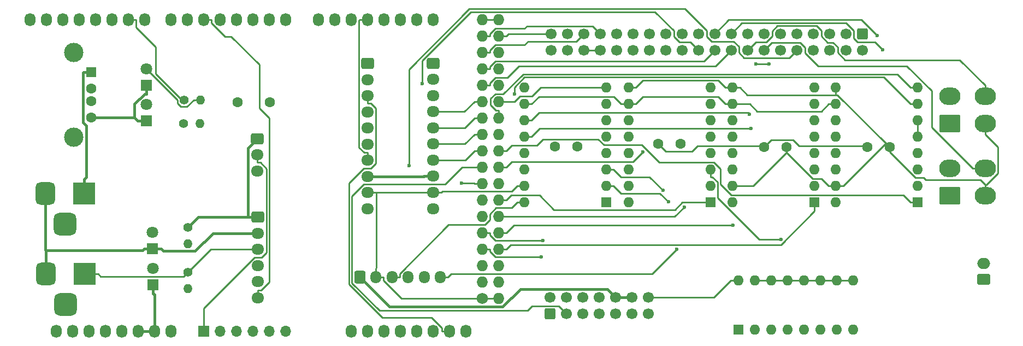
<source format=gbr>
G04 #@! TF.GenerationSoftware,KiCad,Pcbnew,(6.0.7)*
G04 #@! TF.CreationDate,2023-04-28T08:19:35+10:00*
G04 #@! TF.ProjectId,NEW_STANDBY_SHEILD,4e45575f-5354-4414-9e44-42595f534845,rev?*
G04 #@! TF.SameCoordinates,Original*
G04 #@! TF.FileFunction,Copper,L1,Top*
G04 #@! TF.FilePolarity,Positive*
%FSLAX46Y46*%
G04 Gerber Fmt 4.6, Leading zero omitted, Abs format (unit mm)*
G04 Created by KiCad (PCBNEW (6.0.7)) date 2023-04-28 08:19:35*
%MOMM*%
%LPD*%
G01*
G04 APERTURE LIST*
G04 Aperture macros list*
%AMRoundRect*
0 Rectangle with rounded corners*
0 $1 Rounding radius*
0 $2 $3 $4 $5 $6 $7 $8 $9 X,Y pos of 4 corners*
0 Add a 4 corners polygon primitive as box body*
4,1,4,$2,$3,$4,$5,$6,$7,$8,$9,$2,$3,0*
0 Add four circle primitives for the rounded corners*
1,1,$1+$1,$2,$3*
1,1,$1+$1,$4,$5*
1,1,$1+$1,$6,$7*
1,1,$1+$1,$8,$9*
0 Add four rect primitives between the rounded corners*
20,1,$1+$1,$2,$3,$4,$5,0*
20,1,$1+$1,$4,$5,$6,$7,0*
20,1,$1+$1,$6,$7,$8,$9,0*
20,1,$1+$1,$8,$9,$2,$3,0*%
G04 Aperture macros list end*
G04 #@! TA.AperFunction,ComponentPad*
%ADD10C,1.727200*%
G04 #@! TD*
G04 #@! TA.AperFunction,ComponentPad*
%ADD11O,1.727200X1.727200*%
G04 #@! TD*
G04 #@! TA.AperFunction,ComponentPad*
%ADD12O,1.727200X2.032000*%
G04 #@! TD*
G04 #@! TA.AperFunction,ComponentPad*
%ADD13R,1.700000X1.700000*%
G04 #@! TD*
G04 #@! TA.AperFunction,ComponentPad*
%ADD14O,1.700000X1.700000*%
G04 #@! TD*
G04 #@! TA.AperFunction,ComponentPad*
%ADD15R,1.800000X1.800000*%
G04 #@! TD*
G04 #@! TA.AperFunction,ComponentPad*
%ADD16C,1.800000*%
G04 #@! TD*
G04 #@! TA.AperFunction,ComponentPad*
%ADD17C,1.400000*%
G04 #@! TD*
G04 #@! TA.AperFunction,ComponentPad*
%ADD18O,1.400000X1.400000*%
G04 #@! TD*
G04 #@! TA.AperFunction,ComponentPad*
%ADD19RoundRect,0.250000X0.600000X-0.600000X0.600000X0.600000X-0.600000X0.600000X-0.600000X-0.600000X0*%
G04 #@! TD*
G04 #@! TA.AperFunction,ComponentPad*
%ADD20C,1.700000*%
G04 #@! TD*
G04 #@! TA.AperFunction,ComponentPad*
%ADD21RoundRect,0.250000X-0.600000X-0.725000X0.600000X-0.725000X0.600000X0.725000X-0.600000X0.725000X0*%
G04 #@! TD*
G04 #@! TA.AperFunction,ComponentPad*
%ADD22O,1.700000X1.950000*%
G04 #@! TD*
G04 #@! TA.AperFunction,ComponentPad*
%ADD23RoundRect,0.250000X-0.725000X0.600000X-0.725000X-0.600000X0.725000X-0.600000X0.725000X0.600000X0*%
G04 #@! TD*
G04 #@! TA.AperFunction,ComponentPad*
%ADD24O,1.950000X1.700000*%
G04 #@! TD*
G04 #@! TA.AperFunction,ComponentPad*
%ADD25C,1.600000*%
G04 #@! TD*
G04 #@! TA.AperFunction,ComponentPad*
%ADD26R,3.500000X3.500000*%
G04 #@! TD*
G04 #@! TA.AperFunction,ComponentPad*
%ADD27RoundRect,0.750000X-0.750000X-1.000000X0.750000X-1.000000X0.750000X1.000000X-0.750000X1.000000X0*%
G04 #@! TD*
G04 #@! TA.AperFunction,ComponentPad*
%ADD28RoundRect,0.875000X-0.875000X-0.875000X0.875000X-0.875000X0.875000X0.875000X-0.875000X0.875000X0*%
G04 #@! TD*
G04 #@! TA.AperFunction,ComponentPad*
%ADD29R,1.500000X1.600000*%
G04 #@! TD*
G04 #@! TA.AperFunction,ComponentPad*
%ADD30C,3.000000*%
G04 #@! TD*
G04 #@! TA.AperFunction,ComponentPad*
%ADD31RoundRect,0.250001X1.399999X-1.099999X1.399999X1.099999X-1.399999X1.099999X-1.399999X-1.099999X0*%
G04 #@! TD*
G04 #@! TA.AperFunction,ComponentPad*
%ADD32O,3.300000X2.700000*%
G04 #@! TD*
G04 #@! TA.AperFunction,ComponentPad*
%ADD33R,1.600000X1.600000*%
G04 #@! TD*
G04 #@! TA.AperFunction,ComponentPad*
%ADD34O,1.600000X1.600000*%
G04 #@! TD*
G04 #@! TA.AperFunction,ComponentPad*
%ADD35RoundRect,0.250000X-0.600000X0.600000X-0.600000X-0.600000X0.600000X-0.600000X0.600000X0.600000X0*%
G04 #@! TD*
G04 #@! TA.AperFunction,ComponentPad*
%ADD36RoundRect,0.250000X0.750000X-0.600000X0.750000X0.600000X-0.750000X0.600000X-0.750000X-0.600000X0*%
G04 #@! TD*
G04 #@! TA.AperFunction,ComponentPad*
%ADD37O,2.000000X1.700000*%
G04 #@! TD*
G04 #@! TA.AperFunction,ViaPad*
%ADD38C,0.600000*%
G04 #@! TD*
G04 #@! TA.AperFunction,Conductor*
%ADD39C,0.250000*%
G04 #@! TD*
G04 #@! TA.AperFunction,Conductor*
%ADD40C,0.450000*%
G04 #@! TD*
G04 APERTURE END LIST*
D10*
X197358000Y-114046000D03*
D11*
X199898000Y-114046000D03*
X197358000Y-111506000D03*
X199898000Y-111506000D03*
X197358000Y-108966000D03*
X199898000Y-108966000D03*
X197358000Y-106426000D03*
X199898000Y-106426000D03*
X197358000Y-103886000D03*
X199898000Y-103886000D03*
X197358000Y-101346000D03*
X199898000Y-101346000D03*
X197358000Y-98806000D03*
X199898000Y-98806000D03*
X197358000Y-96266000D03*
X199898000Y-96266000D03*
X197358000Y-93726000D03*
X199898000Y-93726000D03*
X197358000Y-91186000D03*
X199898000Y-91186000D03*
X197358000Y-88646000D03*
X199898000Y-88646000D03*
X197358000Y-86106000D03*
X199898000Y-86106000D03*
X197358000Y-83566000D03*
X199898000Y-83566000D03*
X197358000Y-81026000D03*
X199898000Y-81026000D03*
X197358000Y-78486000D03*
X199898000Y-78486000D03*
X197358000Y-75946000D03*
X199898000Y-75946000D03*
X197358000Y-73406000D03*
X199898000Y-73406000D03*
X197358000Y-70866000D03*
X199898000Y-70866000D03*
D12*
X131318000Y-119126000D03*
X133858000Y-119126000D03*
X136398000Y-119126000D03*
X138938000Y-119126000D03*
X141478000Y-119126000D03*
X144018000Y-119126000D03*
X146558000Y-119126000D03*
X149098000Y-119126000D03*
D13*
X154178000Y-119126000D03*
D14*
X156718000Y-119126000D03*
X159258000Y-119126000D03*
X161798000Y-119126000D03*
X164338000Y-119126000D03*
X166878000Y-119126000D03*
D12*
X177038000Y-119126000D03*
X179578000Y-119126000D03*
X182118000Y-119126000D03*
X184658000Y-119126000D03*
X187198000Y-119126000D03*
X189738000Y-119126000D03*
X192278000Y-119126000D03*
X194818000Y-119126000D03*
X127254000Y-70866000D03*
X129794000Y-70866000D03*
X132334000Y-70866000D03*
X134874000Y-70866000D03*
X137414000Y-70866000D03*
X139954000Y-70866000D03*
X142494000Y-70866000D03*
X145034000Y-70866000D03*
X149098000Y-70866000D03*
X151638000Y-70866000D03*
X154178000Y-70866000D03*
X156718000Y-70866000D03*
X159258000Y-70866000D03*
X161798000Y-70866000D03*
X164338000Y-70866000D03*
X166878000Y-70866000D03*
X171958000Y-70866000D03*
X174498000Y-70866000D03*
X177038000Y-70866000D03*
X179578000Y-70866000D03*
X182118000Y-70866000D03*
X184658000Y-70866000D03*
X187198000Y-70866000D03*
X189738000Y-70866000D03*
D15*
X145300000Y-81025000D03*
D16*
X145300000Y-78485000D03*
D15*
X145300000Y-86525000D03*
D16*
X145300000Y-83985000D03*
D17*
X151150000Y-83300000D03*
D18*
X153690000Y-83300000D03*
D17*
X151050000Y-86950000D03*
D18*
X153590000Y-86950000D03*
D19*
X207890000Y-116450000D03*
D20*
X207890000Y-113910000D03*
X210430000Y-116450000D03*
X210430000Y-113910000D03*
X212970000Y-116450000D03*
X212970000Y-113910000D03*
X215510000Y-116450000D03*
X215510000Y-113910000D03*
X218050000Y-116450000D03*
X218050000Y-113910000D03*
X220590000Y-116450000D03*
X220590000Y-113910000D03*
X223130000Y-116450000D03*
X223130000Y-113910000D03*
D15*
X146350000Y-111925000D03*
D16*
X146350000Y-109385000D03*
D21*
X178388000Y-110727000D03*
D22*
X180888000Y-110727000D03*
X183388000Y-110727000D03*
X185888000Y-110727000D03*
X188388000Y-110727000D03*
X190888000Y-110727000D03*
D23*
X189738000Y-77630000D03*
D24*
X189738000Y-80130000D03*
X189738000Y-82630000D03*
X189738000Y-85130000D03*
X189738000Y-87630000D03*
X189738000Y-90130000D03*
X189738000Y-92630000D03*
X189738000Y-95130000D03*
X189738000Y-97630000D03*
X189738000Y-100130000D03*
D17*
X151750000Y-109960000D03*
D18*
X151750000Y-112500000D03*
D25*
X241049600Y-90620000D03*
X244549600Y-90620000D03*
X224649600Y-90120000D03*
X228149600Y-90120000D03*
D26*
X135650000Y-97800000D03*
D27*
X129650000Y-97800000D03*
D28*
X132650000Y-102500000D03*
D29*
X136750000Y-79000000D03*
D25*
X136750000Y-81500000D03*
X136750000Y-83500000D03*
X136750000Y-86000000D03*
D30*
X134040000Y-75930000D03*
X134040000Y-89070000D03*
D31*
X269850000Y-98100000D03*
D32*
X269850000Y-93900000D03*
X275350000Y-98100000D03*
X275350000Y-93900000D03*
D25*
X257049600Y-90620000D03*
X260549600Y-90620000D03*
D33*
X264889600Y-99170000D03*
D34*
X264889600Y-96630000D03*
X264889600Y-94090000D03*
X264889600Y-91550000D03*
X264889600Y-89010000D03*
X264889600Y-86470000D03*
X264889600Y-83930000D03*
X264889600Y-81390000D03*
X252189600Y-81390000D03*
X252189600Y-83930000D03*
X252189600Y-86470000D03*
X252189600Y-89010000D03*
X252189600Y-91550000D03*
X252189600Y-94090000D03*
X252189600Y-96630000D03*
X252189600Y-99170000D03*
D26*
X135750000Y-110242500D03*
D27*
X129750000Y-110242500D03*
D28*
X132750000Y-114942500D03*
D25*
X159425000Y-83693000D03*
X164425000Y-83693000D03*
D15*
X146250000Y-106350000D03*
D16*
X146250000Y-103810000D03*
D35*
X256280000Y-73047500D03*
D20*
X256280000Y-75587500D03*
X253740000Y-73047500D03*
X253740000Y-75587500D03*
X251200000Y-73047500D03*
X251200000Y-75587500D03*
X248660000Y-73047500D03*
X248660000Y-75587500D03*
X246120000Y-73047500D03*
X246120000Y-75587500D03*
X243580000Y-73047500D03*
X243580000Y-75587500D03*
X241040000Y-73047500D03*
X241040000Y-75587500D03*
X238500000Y-73047500D03*
X238500000Y-75587500D03*
X235960000Y-73047500D03*
X235960000Y-75587500D03*
X233420000Y-73047500D03*
X233420000Y-75587500D03*
X230880000Y-73047500D03*
X230880000Y-75587500D03*
X228340000Y-73047500D03*
X228340000Y-75587500D03*
X225800000Y-73047500D03*
X225800000Y-75587500D03*
X223260000Y-73047500D03*
X223260000Y-75587500D03*
X220720000Y-73047500D03*
X220720000Y-75587500D03*
X218180000Y-73047500D03*
X218180000Y-75587500D03*
X215640000Y-73047500D03*
X215640000Y-75587500D03*
X213100000Y-73047500D03*
X213100000Y-75587500D03*
X210560000Y-73047500D03*
X210560000Y-75587500D03*
X208020000Y-73047500D03*
X208020000Y-75587500D03*
D17*
X151750000Y-103010000D03*
D18*
X151750000Y-105550000D03*
D33*
X232739600Y-99170000D03*
D34*
X232739600Y-96630000D03*
X232739600Y-94090000D03*
X232739600Y-91550000D03*
X232739600Y-89010000D03*
X232739600Y-86470000D03*
X232739600Y-83930000D03*
X232739600Y-81390000D03*
X220039600Y-81390000D03*
X220039600Y-83930000D03*
X220039600Y-86470000D03*
X220039600Y-89010000D03*
X220039600Y-91550000D03*
X220039600Y-94090000D03*
X220039600Y-96630000D03*
X220039600Y-99170000D03*
D23*
X179595000Y-77650000D03*
D24*
X179595000Y-80150000D03*
X179595000Y-82650000D03*
X179595000Y-85150000D03*
X179595000Y-87650000D03*
X179595000Y-90150000D03*
X179595000Y-92650000D03*
X179595000Y-95150000D03*
X179595000Y-97650000D03*
X179595000Y-100150000D03*
D36*
X275100000Y-111100000D03*
D37*
X275100000Y-108600000D03*
D23*
X162450000Y-89321000D03*
D24*
X162450000Y-91821000D03*
X162450000Y-94321000D03*
D23*
X162577000Y-101446000D03*
D24*
X162577000Y-103946000D03*
X162577000Y-106446000D03*
X162577000Y-108946000D03*
X162577000Y-111446000D03*
X162577000Y-113946000D03*
D33*
X237050000Y-118867500D03*
D34*
X239590000Y-118867500D03*
X242130000Y-118867500D03*
X244670000Y-118867500D03*
X247210000Y-118867500D03*
X249750000Y-118867500D03*
X252290000Y-118867500D03*
X254830000Y-118867500D03*
X254830000Y-111247500D03*
X252290000Y-111247500D03*
X249750000Y-111247500D03*
X247210000Y-111247500D03*
X244670000Y-111247500D03*
X242130000Y-111247500D03*
X239590000Y-111247500D03*
X237050000Y-111247500D03*
D33*
X248889600Y-99170000D03*
D34*
X248889600Y-96630000D03*
X248889600Y-94090000D03*
X248889600Y-91550000D03*
X248889600Y-89010000D03*
X248889600Y-86470000D03*
X248889600Y-83930000D03*
X248889600Y-81390000D03*
X236189600Y-81390000D03*
X236189600Y-83930000D03*
X236189600Y-86470000D03*
X236189600Y-89010000D03*
X236189600Y-91550000D03*
X236189600Y-94090000D03*
X236189600Y-96630000D03*
X236189600Y-99170000D03*
D33*
X216589600Y-99170000D03*
D34*
X216589600Y-96630000D03*
X216589600Y-94090000D03*
X216589600Y-91550000D03*
X216589600Y-89010000D03*
X216589600Y-86470000D03*
X216589600Y-83930000D03*
X216589600Y-81390000D03*
X203889600Y-81390000D03*
X203889600Y-83930000D03*
X203889600Y-86470000D03*
X203889600Y-89010000D03*
X203889600Y-91550000D03*
X203889600Y-94090000D03*
X203889600Y-96630000D03*
X203889600Y-99170000D03*
D25*
X208599600Y-90520000D03*
X212099600Y-90520000D03*
D31*
X269850000Y-86950000D03*
D32*
X269850000Y-82750000D03*
X275350000Y-86950000D03*
X275350000Y-82750000D03*
D38*
X236207000Y-102698000D03*
X228675700Y-99875000D03*
X222285500Y-91370700D03*
X202341500Y-82424400D03*
X188043000Y-80756700D03*
X186022100Y-93491500D03*
X227485500Y-106423300D03*
X194156500Y-96194800D03*
X206542100Y-107614900D03*
X206753000Y-105090600D03*
X243648400Y-104879900D03*
X239807500Y-77710900D03*
X241830900Y-77710900D03*
X258621900Y-73364400D03*
X259438700Y-75538100D03*
X226205700Y-99095100D03*
X225389200Y-97281000D03*
X238800300Y-85480900D03*
X239047500Y-87740000D03*
D39*
X202274900Y-102698000D02*
X201086900Y-103886000D01*
X236207000Y-102698000D02*
X202274900Y-102698000D01*
X199898000Y-103886000D02*
X201086900Y-103886000D01*
X228675700Y-99875000D02*
X227204700Y-101346000D01*
X227204700Y-101346000D02*
X199898000Y-101346000D01*
X201855200Y-98037700D02*
X201086900Y-98806000D01*
X232739600Y-99170000D02*
X231614300Y-99170000D01*
X206233500Y-98037700D02*
X201855200Y-98037700D01*
X231614300Y-99170000D02*
X228367900Y-99170000D01*
X199898000Y-98806000D02*
X201086900Y-98806000D01*
X227239100Y-100298800D02*
X208494600Y-100298800D01*
X208494600Y-100298800D02*
X206233500Y-98037700D01*
X228367900Y-99170000D02*
X227239100Y-100298800D01*
X201927600Y-92885300D02*
X201086900Y-93726000D01*
X220770900Y-92885300D02*
X201927600Y-92885300D01*
X199898000Y-93726000D02*
X201086900Y-93726000D01*
X222285500Y-91370700D02*
X220770900Y-92885300D01*
X205800800Y-90345300D02*
X201927600Y-90345300D01*
X201927600Y-90345300D02*
X201086900Y-91186000D01*
X216237000Y-90280000D02*
X215338600Y-89381600D01*
X234320000Y-96386600D02*
X234320000Y-94007400D01*
X234320000Y-94007400D02*
X233277200Y-92964600D01*
X215338600Y-89381600D02*
X206764500Y-89381600D01*
X199898000Y-91186000D02*
X201086900Y-91186000D01*
X262639000Y-98044700D02*
X235978100Y-98044700D01*
X263764300Y-99170000D02*
X262639000Y-98044700D01*
X264889600Y-99170000D02*
X263764300Y-99170000D01*
X224763800Y-92964600D02*
X222079200Y-90280000D01*
X206764500Y-89381600D02*
X205800800Y-90345300D01*
X222079200Y-90280000D02*
X216237000Y-90280000D01*
X235978100Y-98044700D02*
X234320000Y-96386600D01*
X233277200Y-92964600D02*
X224763800Y-92964600D01*
X220039600Y-83930000D02*
X218914300Y-83930000D01*
X235627000Y-83930000D02*
X236189600Y-83930000D01*
X251064300Y-83930000D02*
X249939000Y-85055300D01*
X249939000Y-85055300D02*
X239960000Y-85055300D01*
X222290200Y-82804700D02*
X233939000Y-82804700D01*
X239960000Y-85055300D02*
X238834700Y-83930000D01*
X205014900Y-83930000D02*
X206140200Y-82804700D01*
X221164900Y-83930000D02*
X222290200Y-82804700D01*
X233939000Y-82804700D02*
X235064300Y-83930000D01*
X220039600Y-83930000D02*
X221164900Y-83930000D01*
X238834700Y-83930000D02*
X237314900Y-83930000D01*
X206140200Y-82804700D02*
X217789000Y-82804700D01*
X217789000Y-82804700D02*
X218914300Y-83930000D01*
X252189600Y-83930000D02*
X251064300Y-83930000D01*
X235627000Y-83930000D02*
X235064300Y-83930000D01*
X236189600Y-83930000D02*
X237314900Y-83930000D01*
X203889600Y-83930000D02*
X205014900Y-83930000D01*
D40*
X162577000Y-103946000D02*
X155634200Y-103946000D01*
X145300000Y-81025000D02*
X145300000Y-82350300D01*
X145300000Y-86525000D02*
X143974700Y-86525000D01*
X143449700Y-86000000D02*
X143449700Y-83945500D01*
X146558000Y-119126000D02*
X144018000Y-119126000D01*
X129650000Y-97800000D02*
X129650000Y-106497500D01*
X152875300Y-106704900D02*
X147930200Y-106704900D01*
X144677200Y-106597500D02*
X144924700Y-106350000D01*
X146558000Y-113458300D02*
X146558000Y-119126000D01*
X143449700Y-86000000D02*
X143974700Y-86525000D01*
X145044900Y-82350300D02*
X145300000Y-82350300D01*
X155634200Y-103946000D02*
X152875300Y-106704900D01*
X129650000Y-106497500D02*
X129750000Y-106597500D01*
X146250000Y-106350000D02*
X147575300Y-106350000D01*
X129750000Y-106597500D02*
X129750000Y-110242500D01*
X146350000Y-111925000D02*
X146350000Y-113250300D01*
X143449700Y-83945500D02*
X145044900Y-82350300D01*
X146250000Y-106350000D02*
X144924700Y-106350000D01*
X129750000Y-106597500D02*
X144677200Y-106597500D01*
X136750000Y-86000000D02*
X143449700Y-86000000D01*
X146350000Y-113250300D02*
X146558000Y-113458300D01*
X147930200Y-106704900D02*
X147575300Y-106350000D01*
D39*
X248889600Y-99170000D02*
X248889600Y-100295300D01*
X248889600Y-100523100D02*
X248889600Y-100295300D01*
X201086900Y-106426000D02*
X201745300Y-105767600D01*
X243645100Y-105767600D02*
X248889600Y-100523100D01*
X199898000Y-106426000D02*
X201086900Y-106426000D01*
X201745300Y-105767600D02*
X243645100Y-105767600D01*
X158459700Y-73519100D02*
X157499900Y-73519100D01*
X157499900Y-73519100D02*
X155366900Y-71386100D01*
X162790500Y-84562200D02*
X162790500Y-77849900D01*
X164380600Y-111481300D02*
X164380600Y-86152300D01*
X162790500Y-77849900D02*
X158459700Y-73519100D01*
X162577000Y-112770700D02*
X163091200Y-112770700D01*
X162577000Y-113946000D02*
X162577000Y-112770700D01*
X164380600Y-86152300D02*
X162790500Y-84562200D01*
X154178000Y-70866000D02*
X155366900Y-70866000D01*
X155366900Y-71386100D02*
X155366900Y-70866000D01*
X163091200Y-112770700D02*
X164380600Y-111481300D01*
D40*
X220590000Y-113910000D02*
X218050000Y-113910000D01*
X216727000Y-112587000D02*
X218050000Y-113910000D01*
X203285400Y-112587000D02*
X216727000Y-112587000D01*
X189738000Y-95130000D02*
X188337700Y-95130000D01*
X188317700Y-95150000D02*
X188337700Y-95130000D01*
X200511100Y-115361300D02*
X203285400Y-112587000D01*
X178388000Y-110727000D02*
X183022300Y-115361300D01*
X183022300Y-115361300D02*
X200511100Y-115361300D01*
X179595000Y-95150000D02*
X188317700Y-95150000D01*
X161014100Y-101446000D02*
X153314000Y-101446000D01*
X135517800Y-79056900D02*
X135517800Y-86789800D01*
X135574700Y-79000000D02*
X135517800Y-79056900D01*
X161014100Y-90756900D02*
X162450000Y-89321000D01*
X135650000Y-97800000D02*
X135650000Y-95624700D01*
X162577000Y-101446000D02*
X161014100Y-101446000D01*
X136750000Y-79000000D02*
X135574700Y-79000000D01*
X136006700Y-87278700D02*
X136006700Y-95268000D01*
X161014100Y-101446000D02*
X161014100Y-90756900D01*
X136006700Y-95268000D02*
X135650000Y-95624700D01*
X135517800Y-86789800D02*
X136006700Y-87278700D01*
X153314000Y-101446000D02*
X151750000Y-103010000D01*
D39*
X162450000Y-92996300D02*
X162964200Y-92996300D01*
X162964200Y-92996300D02*
X163930200Y-93962300D01*
X162033800Y-107696000D02*
X154178000Y-115551800D01*
X163136700Y-107696000D02*
X162033800Y-107696000D01*
X163930200Y-106902500D02*
X163136700Y-107696000D01*
X162450000Y-91821000D02*
X162450000Y-92996300D01*
X163930200Y-93962300D02*
X163930200Y-106902500D01*
X154178000Y-115551800D02*
X154178000Y-119126000D01*
X242310000Y-73443900D02*
X241436400Y-74317500D01*
X243116600Y-71842400D02*
X242310000Y-72649000D01*
X250891900Y-74403700D02*
X249930000Y-73441800D01*
X252470000Y-75980100D02*
X252470000Y-75126900D01*
X252470000Y-75126900D02*
X251746800Y-74403700D01*
X253608200Y-77118300D02*
X252470000Y-75980100D01*
X251746800Y-74403700D02*
X250891900Y-74403700D01*
X249930000Y-73441800D02*
X249930000Y-72558800D01*
X249213600Y-71842400D02*
X243116600Y-71842400D01*
X275350000Y-82750000D02*
X275350000Y-81074700D01*
X239770000Y-74317500D02*
X238500000Y-75587500D01*
X271393600Y-77118300D02*
X253608200Y-77118300D01*
X241436400Y-74317500D02*
X239770000Y-74317500D01*
X275350000Y-81074700D02*
X271393600Y-77118300D01*
X249930000Y-72558800D02*
X249213600Y-71842400D01*
X242310000Y-72649000D02*
X242310000Y-73443900D01*
X242215400Y-74412100D02*
X246645600Y-74412100D01*
X247390000Y-75156500D02*
X247390000Y-76011600D01*
X267017600Y-87542900D02*
X273374700Y-93900000D01*
X275350000Y-93900000D02*
X273374700Y-93900000D01*
X249436500Y-78058100D02*
X263156200Y-78058100D01*
X246645600Y-74412100D02*
X247390000Y-75156500D01*
X247390000Y-76011600D02*
X249436500Y-78058100D01*
X267017600Y-81919500D02*
X267017600Y-87542900D01*
X241040000Y-75587500D02*
X242215400Y-74412100D01*
X263156200Y-78058100D02*
X267017600Y-81919500D01*
X259601300Y-79767000D02*
X263764300Y-83930000D01*
X202341500Y-82424400D02*
X202341500Y-81343200D01*
X203917700Y-79767000D02*
X259601300Y-79767000D01*
X202341500Y-81343200D02*
X203917700Y-79767000D01*
X264889600Y-83930000D02*
X263764300Y-83930000D01*
X180897000Y-93137600D02*
X180134600Y-93900000D01*
X179024100Y-93900000D02*
X176717000Y-96207100D01*
X179595000Y-83825300D02*
X180109200Y-83825300D01*
X181921800Y-117038500D02*
X189521700Y-117038500D01*
X179595000Y-82650000D02*
X179595000Y-83825300D01*
X192278000Y-119126000D02*
X191089100Y-119126000D01*
X180134600Y-93900000D02*
X179024100Y-93900000D01*
X180109200Y-83825300D02*
X180897000Y-84613100D01*
X176717000Y-111833700D02*
X181921800Y-117038500D01*
X176717000Y-96207100D02*
X176717000Y-111833700D01*
X189521700Y-117038500D02*
X191089100Y-118605900D01*
X191089100Y-118605900D02*
X191089100Y-119126000D01*
X180897000Y-84613100D02*
X180897000Y-93137600D01*
X198681700Y-84070300D02*
X199528500Y-84917100D01*
X200627300Y-82377000D02*
X199383700Y-82377000D01*
X199528500Y-84917100D02*
X199898000Y-84917100D01*
X263764300Y-81390000D02*
X261690900Y-79316600D01*
X199898000Y-86106000D02*
X199898000Y-84917100D01*
X199383700Y-82377000D02*
X198681700Y-83079000D01*
X198681700Y-83079000D02*
X198681700Y-84070300D01*
X203687700Y-79316600D02*
X200627300Y-82377000D01*
X264889600Y-81390000D02*
X263764300Y-81390000D01*
X261690900Y-79316600D02*
X203687700Y-79316600D01*
X188043000Y-77181800D02*
X195568500Y-69656300D01*
X227930600Y-74317500D02*
X229610000Y-74317500D01*
X195568500Y-69656300D02*
X224119100Y-69656300D01*
X188043000Y-80756700D02*
X188043000Y-77181800D01*
X227070000Y-72607200D02*
X227070000Y-73456900D01*
X229610000Y-74317500D02*
X230880000Y-75587500D01*
X224119100Y-69656300D02*
X227070000Y-72607200D01*
X227070000Y-73456900D02*
X227930600Y-74317500D01*
X205089600Y-82725300D02*
X206424900Y-81390000D01*
X206424900Y-81390000D02*
X216589600Y-81390000D01*
X202376100Y-83566000D02*
X203216800Y-82725300D01*
X203216800Y-82725300D02*
X205089600Y-82725300D01*
X199898000Y-83566000D02*
X201086900Y-83566000D01*
X201086900Y-83566000D02*
X202376100Y-83566000D01*
X151150000Y-83300000D02*
X150775700Y-83300000D01*
X142494000Y-70866000D02*
X143682900Y-70866000D01*
X146766800Y-75138800D02*
X143682900Y-72054900D01*
X150775700Y-83300000D02*
X146766800Y-79291100D01*
X143682900Y-72054900D02*
X143682900Y-70866000D01*
X146766800Y-79291100D02*
X146766800Y-75138800D01*
X265799600Y-95360000D02*
X266116700Y-95677100D01*
X191190900Y-97477400D02*
X191038300Y-97630000D01*
X235924700Y-111247500D02*
X233262200Y-113910000D01*
X239353500Y-96630000D02*
X244549600Y-91433900D01*
X244670000Y-111247500D02*
X247210000Y-111247500D01*
X220039600Y-81390000D02*
X221164900Y-81390000D01*
X275350000Y-98100000D02*
X275350000Y-96424700D01*
X180966900Y-97650000D02*
X180966900Y-109347800D01*
X239590000Y-111247500D02*
X242130000Y-111247500D01*
X253314900Y-96630000D02*
X259937300Y-90007600D01*
X249750000Y-111247500D02*
X252290000Y-111247500D01*
X249939000Y-95504700D02*
X248620400Y-95504700D01*
X236189600Y-81390000D02*
X237314900Y-81390000D01*
X189738000Y-97630000D02*
X191038300Y-97630000D01*
X233262200Y-113910000D02*
X223130000Y-113910000D01*
X247210000Y-111247500D02*
X249750000Y-111247500D01*
X242130000Y-111247500D02*
X244670000Y-111247500D01*
X237050000Y-111247500D02*
X235924700Y-111247500D01*
X275559400Y-96424700D02*
X275350000Y-96424700D01*
X180888000Y-110727000D02*
X180888000Y-109426700D01*
X260549600Y-90620000D02*
X260549600Y-91402400D01*
X277336800Y-94647300D02*
X275559400Y-96424700D01*
X182063300Y-111241200D02*
X184868100Y-114046000D01*
X259937300Y-90007600D02*
X260549600Y-90620000D01*
X238440200Y-82515300D02*
X237314900Y-81390000D01*
X252189600Y-81390000D02*
X252189600Y-82515300D01*
X180966900Y-109347800D02*
X180888000Y-109426700D01*
X222290200Y-80264700D02*
X233939000Y-80264700D01*
X236189600Y-81390000D02*
X235064300Y-81390000D01*
X252189600Y-82515300D02*
X238440200Y-82515300D01*
X274602400Y-95677100D02*
X275350000Y-96424700D01*
X188417700Y-97650000D02*
X188437700Y-97630000D01*
X266116700Y-95677100D02*
X274602400Y-95677100D01*
X251064300Y-96630000D02*
X249939000Y-95504700D01*
X179595000Y-97650000D02*
X180966900Y-97650000D01*
X197358000Y-114046000D02*
X199898000Y-114046000D01*
X184868100Y-114046000D02*
X197358000Y-114046000D01*
X244549600Y-91433900D02*
X244549600Y-90620000D01*
X264507200Y-95360000D02*
X265799600Y-95360000D01*
X248620400Y-95504700D02*
X244549600Y-91433900D01*
X221164900Y-81390000D02*
X222290200Y-80264700D01*
X233939000Y-80264700D02*
X235064300Y-81390000D01*
X182063300Y-110727000D02*
X182063300Y-111241200D01*
X236189600Y-96630000D02*
X239353500Y-96630000D01*
X252189600Y-96630000D02*
X253314900Y-96630000D01*
X180888000Y-110727000D02*
X182063300Y-110727000D01*
X252290000Y-111247500D02*
X254830000Y-111247500D01*
X203889600Y-96630000D02*
X202764300Y-96630000D01*
X259937300Y-90007600D02*
X252444900Y-82515300D01*
X180966900Y-97650000D02*
X188417700Y-97650000D01*
X202764300Y-96630000D02*
X201916900Y-97477400D01*
X275350000Y-86950000D02*
X275350000Y-88625300D01*
X251627000Y-96630000D02*
X252189600Y-96630000D01*
X260549600Y-91402400D02*
X264507200Y-95360000D01*
X251627000Y-96630000D02*
X251064300Y-96630000D01*
X277336800Y-90612100D02*
X277336800Y-94647300D01*
X252444900Y-82515300D02*
X252189600Y-82515300D01*
X189738000Y-97630000D02*
X188437700Y-97630000D01*
X275350000Y-88625300D02*
X277336800Y-90612100D01*
X201916900Y-97477400D02*
X191190900Y-97477400D01*
X199898000Y-70866000D02*
X197358000Y-70866000D01*
X178280400Y-90674300D02*
X178280400Y-70974700D01*
X179595000Y-91474700D02*
X179080800Y-91474700D01*
X179595000Y-92650000D02*
X179595000Y-91474700D01*
X179578000Y-70866000D02*
X178389100Y-70866000D01*
X179080800Y-91474700D02*
X178280400Y-90674300D01*
X178280400Y-70974700D02*
X178389100Y-70866000D01*
X232150000Y-72574800D02*
X228781100Y-69205900D01*
X237135400Y-75022500D02*
X236335800Y-74222900D01*
X244944600Y-76762900D02*
X237969300Y-76762900D01*
X237135400Y-75929000D02*
X237135400Y-75022500D01*
X236335800Y-74222900D02*
X232894400Y-74222900D01*
X232894400Y-74222900D02*
X232150000Y-73478500D01*
X228781100Y-69205900D02*
X195377800Y-69205900D01*
X237969300Y-76762900D02*
X237135400Y-75929000D01*
X195377800Y-69205900D02*
X186022100Y-78561600D01*
X246120000Y-75587500D02*
X244944600Y-76762900D01*
X232150000Y-73478500D02*
X232150000Y-72574800D01*
X186022100Y-78561600D02*
X186022100Y-93491500D01*
X223672800Y-110236000D02*
X192554300Y-110236000D01*
X190888000Y-110727000D02*
X192063300Y-110727000D01*
X192554300Y-110236000D02*
X192063300Y-110727000D01*
X227485500Y-106423300D02*
X223672800Y-110236000D01*
X204278600Y-71872100D02*
X203933600Y-72217100D01*
X215640000Y-73047500D02*
X214464600Y-71872100D01*
X199364200Y-72217100D02*
X198546900Y-73034400D01*
X197358000Y-73406000D02*
X198546900Y-73406000D01*
X203933600Y-72217100D02*
X199364200Y-72217100D01*
X198546900Y-73034400D02*
X198546900Y-73406000D01*
X214464600Y-71872100D02*
X204278600Y-71872100D01*
X211924600Y-74222900D02*
X204467800Y-74222900D01*
X198546900Y-75574400D02*
X198546900Y-75946000D01*
X213100000Y-73047500D02*
X211924600Y-74222900D01*
X197358000Y-75946000D02*
X198546900Y-75946000D01*
X199364200Y-74757100D02*
X198546900Y-75574400D01*
X203933600Y-74757100D02*
X199364200Y-74757100D01*
X204467800Y-74222900D02*
X203933600Y-74757100D01*
X201445400Y-73047500D02*
X201086900Y-73406000D01*
X199898000Y-73406000D02*
X201086900Y-73406000D01*
X208020000Y-73047500D02*
X201445400Y-73047500D01*
X198547000Y-101860300D02*
X197791300Y-102616000D01*
X199523300Y-100017400D02*
X198547000Y-100993700D01*
X197791300Y-102616000D02*
X192160100Y-102616000D01*
X184563300Y-110212800D02*
X184563300Y-110727000D01*
X192160100Y-102616000D02*
X184563300Y-110212800D01*
X246491500Y-90424600D02*
X245552700Y-89485800D01*
X225797600Y-91268000D02*
X229845100Y-91268000D01*
X183388000Y-110727000D02*
X184563300Y-110727000D01*
X198547000Y-100993700D02*
X198547000Y-101860300D01*
X201916900Y-100017400D02*
X199523300Y-100017400D01*
X256854200Y-90424600D02*
X246491500Y-90424600D01*
X203889600Y-99170000D02*
X202764300Y-99170000D01*
X240852300Y-90422700D02*
X241049600Y-90620000D01*
X230690400Y-90422700D02*
X240852300Y-90422700D01*
X242183800Y-89485800D02*
X241049600Y-90620000D01*
X224649600Y-90120000D02*
X225797600Y-91268000D01*
X229845100Y-91268000D02*
X230690400Y-90422700D01*
X202764300Y-99170000D02*
X201916900Y-100017400D01*
X257049600Y-90620000D02*
X256854200Y-90424600D01*
X245552700Y-89485800D02*
X242183800Y-89485800D01*
X213100000Y-75587500D02*
X215640000Y-75587500D01*
X191612000Y-96380000D02*
X194266000Y-93726000D01*
X194266000Y-93726000D02*
X197358000Y-93726000D01*
X177167300Y-98234500D02*
X179021800Y-96380000D01*
X179021800Y-96380000D02*
X191612000Y-96380000D01*
X205047800Y-115235800D02*
X204371900Y-115911700D01*
X181431900Y-115911700D02*
X177167300Y-111647100D01*
X209215800Y-115235800D02*
X205047800Y-115235800D01*
X177167300Y-111647100D02*
X177167300Y-98234500D01*
X210430000Y-116450000D02*
X209215800Y-115235800D01*
X204371900Y-115911700D02*
X181431900Y-115911700D01*
X194156500Y-96194800D02*
X196097900Y-96194800D01*
X196097900Y-96194800D02*
X196169100Y-96266000D01*
X197358000Y-96266000D02*
X196169100Y-96266000D01*
X206542100Y-107614900D02*
X199364200Y-107614900D01*
X198546900Y-106797600D02*
X198546900Y-106426000D01*
X197358000Y-106426000D02*
X198546900Y-106426000D01*
X199364200Y-107614900D02*
X198546900Y-106797600D01*
X198546900Y-104257500D02*
X199380000Y-105090600D01*
X197358000Y-103886000D02*
X198546900Y-103886000D01*
X199380000Y-105090600D02*
X206753000Y-105090600D01*
X198546900Y-103886000D02*
X198546900Y-104257500D01*
X197358000Y-83566000D02*
X196169100Y-83566000D01*
X194605100Y-85130000D02*
X196169100Y-83566000D01*
X189738000Y-85130000D02*
X194605100Y-85130000D01*
X189738000Y-87630000D02*
X194645100Y-87630000D01*
X194645100Y-87630000D02*
X196169100Y-86106000D01*
X197358000Y-86106000D02*
X196169100Y-86106000D01*
X197358000Y-88646000D02*
X196169100Y-88646000D01*
X194685100Y-90130000D02*
X196169100Y-88646000D01*
X189738000Y-90130000D02*
X194685100Y-90130000D01*
X189738000Y-92630000D02*
X194725100Y-92630000D01*
X197358000Y-91186000D02*
X196169100Y-91186000D01*
X194725100Y-92630000D02*
X196169100Y-91186000D01*
X233021000Y-95215300D02*
X232739600Y-95215300D01*
X232739600Y-94090000D02*
X232739600Y-95215300D01*
X233864900Y-98474000D02*
X233864900Y-96059200D01*
X240270800Y-104879900D02*
X233864900Y-98474000D01*
X233864900Y-96059200D02*
X233021000Y-95215300D01*
X243648400Y-104879900D02*
X240270800Y-104879900D01*
X239807500Y-77710900D02*
X241830900Y-77710900D01*
X264889600Y-86470000D02*
X264889600Y-89010000D01*
X258621900Y-73364400D02*
X256142900Y-70885400D01*
X235582100Y-70885400D02*
X233420000Y-73047500D01*
X256142900Y-70885400D02*
X235582100Y-70885400D01*
X259438700Y-75538100D02*
X258218600Y-74318000D01*
X254915400Y-72559000D02*
X253748400Y-71392000D01*
X253748400Y-71392000D02*
X237615500Y-71392000D01*
X237615500Y-71392000D02*
X235960000Y-73047500D01*
X255499000Y-74318000D02*
X254915400Y-73734400D01*
X258218600Y-74318000D02*
X255499000Y-74318000D01*
X254915400Y-73734400D02*
X254915400Y-72559000D01*
X216589600Y-96630000D02*
X217714900Y-96630000D01*
X224865900Y-97755300D02*
X226205700Y-99095100D01*
X218840200Y-97755300D02*
X224865900Y-97755300D01*
X217714900Y-96630000D02*
X218840200Y-97755300D01*
X217714900Y-94090000D02*
X218840200Y-95215300D01*
X216589600Y-94090000D02*
X217714900Y-94090000D01*
X223323500Y-95215300D02*
X225389200Y-97281000D01*
X218840200Y-95215300D02*
X223323500Y-95215300D01*
X203889600Y-86470000D02*
X205014900Y-86470000D01*
X205014900Y-86470000D02*
X206194100Y-85290800D01*
X238610200Y-85290800D02*
X238800300Y-85480900D01*
X206194100Y-85290800D02*
X238610200Y-85290800D01*
X203889600Y-89010000D02*
X205014900Y-89010000D01*
X206284900Y-87740000D02*
X239047500Y-87740000D01*
X205014900Y-89010000D02*
X206284900Y-87740000D01*
X203079500Y-78057600D02*
X201300000Y-79837100D01*
X235960000Y-75587500D02*
X233489900Y-78057600D01*
X198546900Y-80654400D02*
X198546900Y-81026000D01*
X199364200Y-79837100D02*
X198546900Y-80654400D01*
X233489900Y-78057600D02*
X203079500Y-78057600D01*
X201300000Y-79837100D02*
X199364200Y-79837100D01*
X197358000Y-81026000D02*
X198546900Y-81026000D01*
X233420000Y-75587500D02*
X231710400Y-77297100D01*
X198546900Y-78114400D02*
X198546900Y-78486000D01*
X199364200Y-77297100D02*
X198546900Y-78114400D01*
X197358000Y-78486000D02*
X198546900Y-78486000D01*
X231710400Y-77297100D02*
X199364200Y-77297100D01*
X155264000Y-106446000D02*
X151750000Y-109960000D01*
X151750000Y-109960000D02*
X151067500Y-110642500D01*
X138225300Y-110642500D02*
X137825300Y-110242500D01*
X135750000Y-110242500D02*
X137825300Y-110242500D01*
X162577000Y-106446000D02*
X155264000Y-106446000D01*
X151067500Y-110642500D02*
X138225300Y-110642500D01*
X152664700Y-83300000D02*
X151592800Y-84371900D01*
X150124600Y-83825100D02*
X150124600Y-83309600D01*
X151592800Y-84371900D02*
X150671400Y-84371900D01*
X150671400Y-84371900D02*
X150124600Y-83825100D01*
X150124600Y-83309600D02*
X145300000Y-78485000D01*
X153690000Y-83300000D02*
X152664700Y-83300000D01*
M02*

</source>
